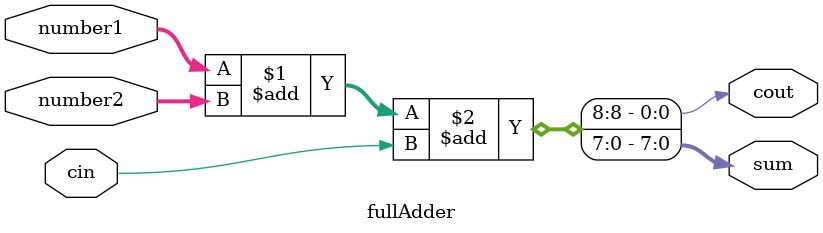
<source format=v>
module fullAdder (
    input wire [7:0] number1,
    input wire [7:0] number2,
    /* verilator lint_off WIDTH */
    input cin,
    output wire [7:0] sum,
    output wire cout
);
  assign {cout, sum} = number1 + number2 + cin;  
endmodule
</source>
